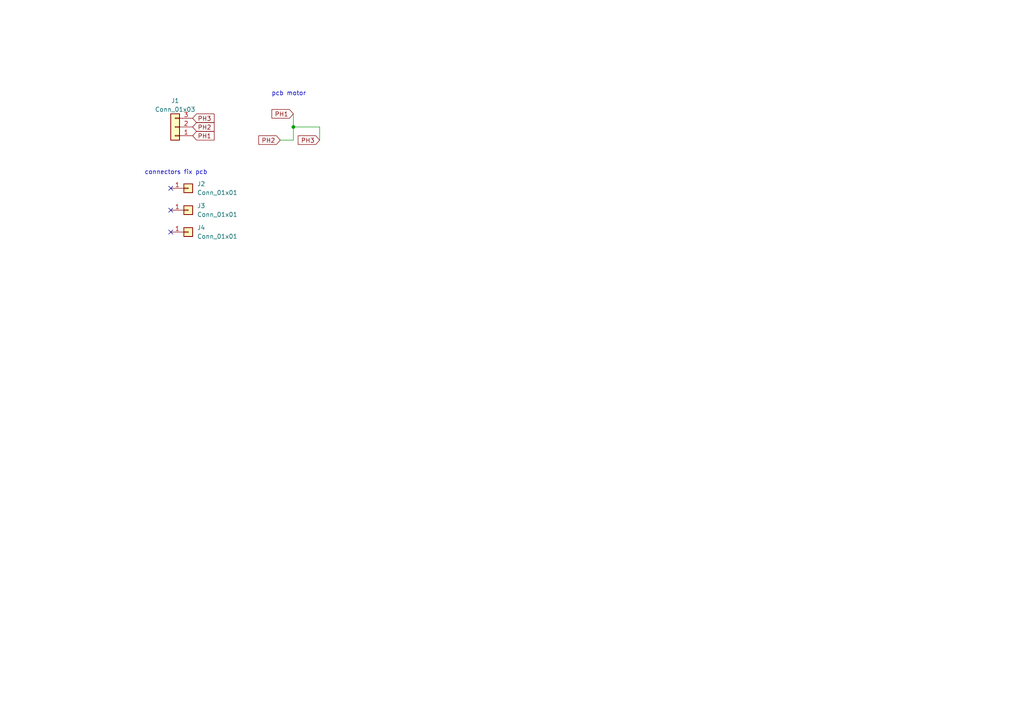
<source format=kicad_sch>
(kicad_sch (version 20230121) (generator eeschema)
  (paper "A4")
  (title_block (title "Scanhead PCB") (rev "0.1") (company "Hexastorm") (comment 1 "Author: Rik Starmans"))
  (lib_symbols
    (symbol "Connector_Generic:Conn_01x01" (pin_names (offset 1.016) hide)
      (property "Reference" "J" (at 0 2.54 0))
      (property "Value" "Conn_01x01" (at 0 -2.54 0))
      (symbol "Conn_01x01_1_1"
        (rectangle (start -1.27 0.127) (end 0 -0.127) (stroke (width 0.1524)))
        (rectangle (start -1.27 1.27) (end 1.27 -1.27) (stroke (width 0.254)) (fill (type background)))
        (pin passive line (at -5.08 0 0) (length 3.81) (name "Pin_1") (number "1"))
      )
    )
    (symbol "Connector_Generic:Conn_01x03" (pin_names (offset 1.016) hide)
      (property "Reference" "J" (at 0 5.08 0))
      (property "Value" "Conn_01x03" (at 0 -5.08 0))
      (symbol "Conn_01x03_1_1"
        (rectangle (start -1.27 -2.413) (end 0 -2.667) (stroke (width 0.1524)))
        (rectangle (start -1.27 0.127) (end 0 -0.127) (stroke (width 0.1524)))
        (rectangle (start -1.27 2.667) (end 0 2.413) (stroke (width 0.1524)))
        (rectangle (start -1.27 3.81) (end 1.27 -3.81) (stroke (width 0.254)) (fill (type background)))
        (pin passive line (at -5.08 2.54 0) (length 3.81) (name "Pin_1") (number "1"))
        (pin passive line (at -5.08 0 0) (length 3.81) (name "Pin_2") (number "2"))
        (pin passive line (at -5.08 -2.54 0) (length 3.81) (name "Pin_3") (number "3"))
      )
    )
  )
  (junction (at 85.09 36.83))
  (no_connect (at 49.53 67.31))
  (no_connect (at 49.53 54.61))
  (no_connect (at 49.53 60.96))
  (wire (pts (xy 81.28 40.64) (xy 85.09 40.64)))
  (wire (pts (xy 85.09 36.83) (xy 85.09 40.64)))
  (wire (pts (xy 85.09 33.02) (xy 85.09 36.83)))
  (wire (pts (xy 92.71 36.83) (xy 92.71 40.64)))
  (wire (pts (xy 85.09 36.83) (xy 92.71 36.83)))
  (text "pcb motor" (at 78.74 27.94 0) (effects (font (size 1.27 1.27)) (justify left bottom)))
  (text "connectors fix pcb" (at 41.91 50.8 0) (effects (font (size 1.27 1.27)) (justify left bottom)))
  (global_label "PH1" (shape input) (at 55.88 39.37 0) (property "Intersheetrefs" "${INTERSHEET_REFS}" (effects hide)))
  (global_label "PH2" (shape input) (at 55.88 36.83 0) (property "Intersheetrefs" "${INTERSHEET_REFS}" (effects hide)))
  (global_label "PH1" (shape input) (at 85.09 33.02 180) (property "Intersheetrefs" "${INTERSHEET_REFS}" (effects hide)))
  (global_label "PH3" (shape input) (at 55.88 34.29 0) (property "Intersheetrefs" "${INTERSHEET_REFS}" (effects hide)))
  (global_label "PH2" (shape input) (at 81.28 40.64 180) (property "Intersheetrefs" "${INTERSHEET_REFS}" (effects hide)))
  (global_label "PH3" (shape input) (at 92.71 40.64 180) (property "Intersheetrefs" "${INTERSHEET_REFS}" (effects hide)))
  (symbol (lib_id "Connector_Generic:Conn_01x01") (at 54.61 67.31 0) (unit 1)
    (property "Reference" "J4" (at 57.15 66.04 0) (effects (justify left)))
    (property "Value" "Conn_01x01" (at 57.15 68.58 0) (effects (justify left)))
    (property "Footprint" "pcbmotor:PinHeader_1x01_P2.54mm_Vertical" (effects hide))
  )
  (symbol (lib_id "Connector_Generic:Conn_01x03") (at 50.8 36.83 180) (unit 1)
    (property "Reference" "J1" (at 50.8 29.21 0))
    (property "Value" "Conn_01x03" (at 50.8 31.75 0))
    (property "Footprint" "pcbmotor:PinHeader_1x03_P2.54mm_Vertical" (effects hide))
  )
  (symbol (lib_id "Connector_Generic:Conn_01x01") (at 54.61 60.96 0) (unit 1)
    (property "Reference" "J3" (at 57.15 59.69 0) (effects (justify left)))
    (property "Value" "Conn_01x01" (at 57.15 62.23 0) (effects (justify left)))
    (property "Footprint" "pcbmotor:PinHeader_1x01_P2.54mm_Vertical" (effects hide))
  )
  (symbol (lib_id "Connector_Generic:Conn_01x01") (at 54.61 54.61 0) (unit 1)
    (property "Reference" "J2" (at 57.15 53.34 0) (effects (justify left)))
    (property "Value" "Conn_01x01" (at 57.15 55.88 0) (effects (justify left)))
    (property "Footprint" "pcbmotor:PinHeader_1x01_P2.54mm_Vertical" (effects hide))
  )
)
</source>
